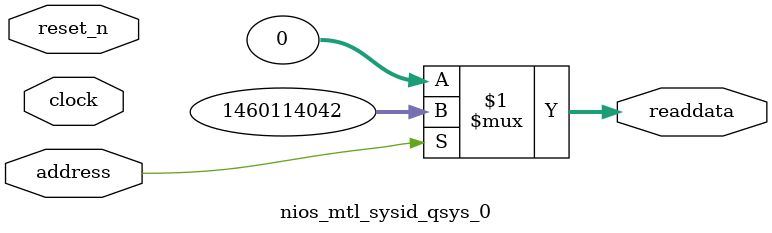
<source format=v>

`timescale 1ns / 1ps
// synthesis translate_on

// turn off superfluous verilog processor warnings 
// altera message_level Level1 
// altera message_off 10034 10035 10036 10037 10230 10240 10030 

module nios_mtl_sysid_qsys_0 (
               // inputs:
                address,
                clock,
                reset_n,

               // outputs:
                readdata
             )
;

  output  [ 31: 0] readdata;
  input            address;
  input            clock;
  input            reset_n;

  wire    [ 31: 0] readdata;
  //control_slave, which is an e_avalon_slave
  assign readdata = address ? 1460114042 : 0;

endmodule




</source>
